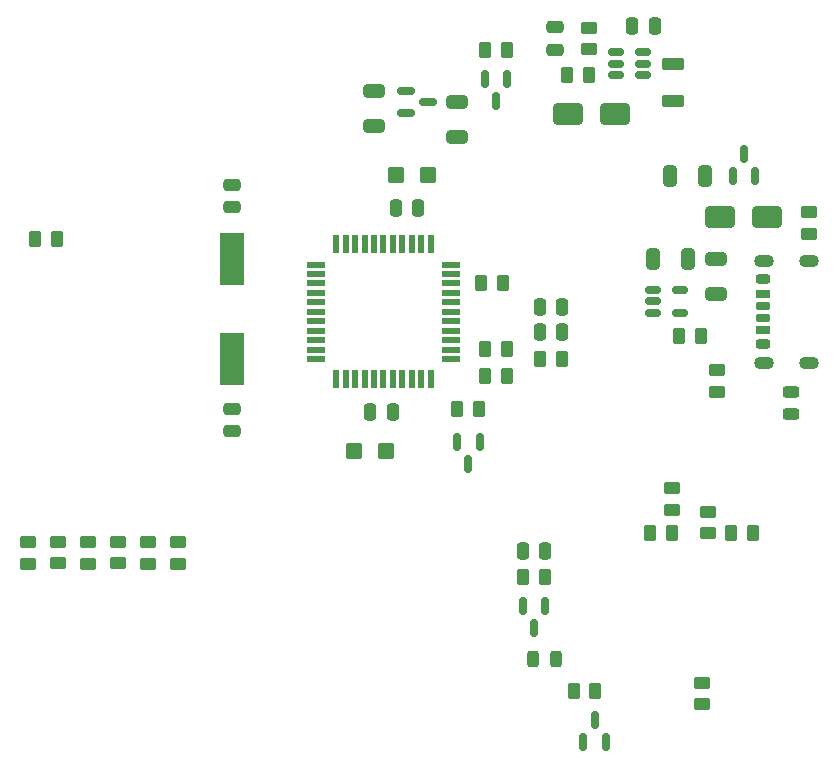
<source format=gbp>
%TF.GenerationSoftware,KiCad,Pcbnew,8.0.7*%
%TF.CreationDate,2024-12-15T20:11:50+01:00*%
%TF.ProjectId,transistor-tester,7472616e-7369-4737-946f-722d74657374,rev?*%
%TF.SameCoordinates,Original*%
%TF.FileFunction,Paste,Bot*%
%TF.FilePolarity,Positive*%
%FSLAX46Y46*%
G04 Gerber Fmt 4.6, Leading zero omitted, Abs format (unit mm)*
G04 Created by KiCad (PCBNEW 8.0.7) date 2024-12-15 20:11:50*
%MOMM*%
%LPD*%
G01*
G04 APERTURE LIST*
G04 Aperture macros list*
%AMRoundRect*
0 Rectangle with rounded corners*
0 $1 Rounding radius*
0 $2 $3 $4 $5 $6 $7 $8 $9 X,Y pos of 4 corners*
0 Add a 4 corners polygon primitive as box body*
4,1,4,$2,$3,$4,$5,$6,$7,$8,$9,$2,$3,0*
0 Add four circle primitives for the rounded corners*
1,1,$1+$1,$2,$3*
1,1,$1+$1,$4,$5*
1,1,$1+$1,$6,$7*
1,1,$1+$1,$8,$9*
0 Add four rect primitives between the rounded corners*
20,1,$1+$1,$2,$3,$4,$5,0*
20,1,$1+$1,$4,$5,$6,$7,0*
20,1,$1+$1,$6,$7,$8,$9,0*
20,1,$1+$1,$8,$9,$2,$3,0*%
G04 Aperture macros list end*
%ADD10RoundRect,0.250000X-0.250000X-0.475000X0.250000X-0.475000X0.250000X0.475000X-0.250000X0.475000X0*%
%ADD11RoundRect,0.250000X0.450000X-0.262500X0.450000X0.262500X-0.450000X0.262500X-0.450000X-0.262500X0*%
%ADD12RoundRect,0.250000X-0.700000X0.275000X-0.700000X-0.275000X0.700000X-0.275000X0.700000X0.275000X0*%
%ADD13RoundRect,0.250000X0.325000X0.650000X-0.325000X0.650000X-0.325000X-0.650000X0.325000X-0.650000X0*%
%ADD14RoundRect,0.250000X0.475000X-0.250000X0.475000X0.250000X-0.475000X0.250000X-0.475000X-0.250000X0*%
%ADD15RoundRect,0.250000X0.250000X0.475000X-0.250000X0.475000X-0.250000X-0.475000X0.250000X-0.475000X0*%
%ADD16RoundRect,0.250000X-0.450000X-0.425000X0.450000X-0.425000X0.450000X0.425000X-0.450000X0.425000X0*%
%ADD17RoundRect,0.250000X-0.262500X-0.450000X0.262500X-0.450000X0.262500X0.450000X-0.262500X0.450000X0*%
%ADD18RoundRect,0.250000X0.450000X0.425000X-0.450000X0.425000X-0.450000X-0.425000X0.450000X-0.425000X0*%
%ADD19RoundRect,0.150000X-0.150000X0.587500X-0.150000X-0.587500X0.150000X-0.587500X0.150000X0.587500X0*%
%ADD20RoundRect,0.250000X-0.650000X0.325000X-0.650000X-0.325000X0.650000X-0.325000X0.650000X0.325000X0*%
%ADD21RoundRect,0.175000X-0.425000X0.175000X-0.425000X-0.175000X0.425000X-0.175000X0.425000X0.175000X0*%
%ADD22RoundRect,0.190000X0.410000X-0.190000X0.410000X0.190000X-0.410000X0.190000X-0.410000X-0.190000X0*%
%ADD23RoundRect,0.200000X0.400000X-0.200000X0.400000X0.200000X-0.400000X0.200000X-0.400000X-0.200000X0*%
%ADD24RoundRect,0.175000X0.425000X-0.175000X0.425000X0.175000X-0.425000X0.175000X-0.425000X-0.175000X0*%
%ADD25RoundRect,0.190000X-0.410000X0.190000X-0.410000X-0.190000X0.410000X-0.190000X0.410000X0.190000X0*%
%ADD26RoundRect,0.200000X-0.400000X0.200000X-0.400000X-0.200000X0.400000X-0.200000X0.400000X0.200000X0*%
%ADD27O,1.700000X1.100000*%
%ADD28RoundRect,0.250000X-0.325000X-0.650000X0.325000X-0.650000X0.325000X0.650000X-0.325000X0.650000X0*%
%ADD29RoundRect,0.250000X-0.450000X0.262500X-0.450000X-0.262500X0.450000X-0.262500X0.450000X0.262500X0*%
%ADD30RoundRect,0.150000X-0.587500X-0.150000X0.587500X-0.150000X0.587500X0.150000X-0.587500X0.150000X0*%
%ADD31RoundRect,0.150000X-0.512500X-0.150000X0.512500X-0.150000X0.512500X0.150000X-0.512500X0.150000X0*%
%ADD32RoundRect,0.250000X-0.475000X0.250000X-0.475000X-0.250000X0.475000X-0.250000X0.475000X0.250000X0*%
%ADD33RoundRect,0.243750X0.456250X-0.243750X0.456250X0.243750X-0.456250X0.243750X-0.456250X-0.243750X0*%
%ADD34RoundRect,0.250000X-1.000000X-0.650000X1.000000X-0.650000X1.000000X0.650000X-1.000000X0.650000X0*%
%ADD35RoundRect,0.250000X0.262500X0.450000X-0.262500X0.450000X-0.262500X-0.450000X0.262500X-0.450000X0*%
%ADD36RoundRect,0.243750X-0.243750X-0.456250X0.243750X-0.456250X0.243750X0.456250X-0.243750X0.456250X0*%
%ADD37R,1.500000X0.550000*%
%ADD38R,0.550000X1.500000*%
%ADD39RoundRect,0.150000X0.150000X-0.587500X0.150000X0.587500X-0.150000X0.587500X-0.150000X-0.587500X0*%
%ADD40RoundRect,0.250000X0.650000X-0.325000X0.650000X0.325000X-0.650000X0.325000X-0.650000X-0.325000X0*%
%ADD41R,2.000000X4.500000*%
G04 APERTURE END LIST*
D10*
%TO.C,C11*%
X160924200Y-84886800D03*
X162824200Y-84886800D03*
%TD*%
D11*
%TO.C,R4*%
X165049200Y-60985400D03*
X165049200Y-59160400D03*
%TD*%
D12*
%TO.C,L1*%
X172212000Y-62204600D03*
X172212000Y-65354600D03*
%TD*%
D13*
%TO.C,C3*%
X174904400Y-71729600D03*
X171954400Y-71729600D03*
%TD*%
D10*
%TO.C,C6*%
X148717000Y-74422000D03*
X150617000Y-74422000D03*
%TD*%
D14*
%TO.C,C5*%
X162204400Y-61010800D03*
X162204400Y-59110800D03*
%TD*%
D15*
%TO.C,C7*%
X148463000Y-91694000D03*
X146563000Y-91694000D03*
%TD*%
D16*
%TO.C,C17*%
X148717000Y-71628000D03*
X151417000Y-71628000D03*
%TD*%
D17*
%TO.C,R6*%
X118190000Y-77089000D03*
X120015000Y-77089000D03*
%TD*%
D18*
%TO.C,C15*%
X147861000Y-94996000D03*
X145161000Y-94996000D03*
%TD*%
D19*
%TO.C,Q2*%
X156277900Y-63527700D03*
X158177900Y-63527700D03*
X157227900Y-65402700D03*
%TD*%
D20*
%TO.C,C12*%
X153875100Y-65426800D03*
X153875100Y-68376800D03*
%TD*%
D21*
%TO.C,J1*%
X179796400Y-82710400D03*
D22*
X179796400Y-84730400D03*
D23*
X179796400Y-85960400D03*
D24*
X179796400Y-83710400D03*
D25*
X179796400Y-81690400D03*
D26*
X179796400Y-80460400D03*
D27*
X183676400Y-78890400D03*
X179876400Y-78890400D03*
X183676400Y-87530400D03*
X179876400Y-87530400D03*
%TD*%
D28*
%TO.C,C1*%
X170481200Y-78740000D03*
X173431200Y-78740000D03*
%TD*%
D29*
%TO.C,R9*%
X120142000Y-102696000D03*
X120142000Y-104521000D03*
%TD*%
D30*
%TO.C,U5*%
X149561700Y-66378600D03*
X149561700Y-64478600D03*
X151436700Y-65428600D03*
%TD*%
D31*
%TO.C,U2*%
X170484800Y-83281600D03*
X170484800Y-82331600D03*
X170484800Y-81381600D03*
X172759800Y-81381600D03*
X172759800Y-83281600D03*
%TD*%
D29*
%TO.C,R10*%
X122682000Y-102719500D03*
X122682000Y-104544500D03*
%TD*%
D32*
%TO.C,C10*%
X134823200Y-91404400D03*
X134823200Y-93304400D03*
%TD*%
D33*
%TO.C,D4*%
X182191900Y-91894900D03*
X182191900Y-90019900D03*
%TD*%
D34*
%TO.C,D1*%
X176174400Y-75209400D03*
X180174400Y-75209400D03*
%TD*%
D17*
%TO.C,R22*%
X159524100Y-105691700D03*
X161349100Y-105691700D03*
%TD*%
%TO.C,R24*%
X163783000Y-115316000D03*
X165608000Y-115316000D03*
%TD*%
D29*
%TO.C,R2*%
X183667400Y-74804900D03*
X183667400Y-76629900D03*
%TD*%
D35*
%TO.C,R5*%
X155749000Y-91440000D03*
X153924000Y-91440000D03*
%TD*%
D19*
%TO.C,U4*%
X153924000Y-94234000D03*
X155824000Y-94234000D03*
X154874000Y-96109000D03*
%TD*%
D10*
%TO.C,C14*%
X159486600Y-103456500D03*
X161386600Y-103456500D03*
%TD*%
D15*
%TO.C,C4*%
X170637200Y-59055000D03*
X168737200Y-59055000D03*
%TD*%
D29*
%TO.C,R11*%
X125222000Y-102696000D03*
X125222000Y-104521000D03*
%TD*%
%TO.C,R8*%
X117602000Y-102719500D03*
X117602000Y-104544500D03*
%TD*%
D36*
%TO.C,D3*%
X160375600Y-112623600D03*
X162250600Y-112623600D03*
%TD*%
D29*
%TO.C,R12*%
X127762000Y-102719500D03*
X127762000Y-104544500D03*
%TD*%
%TO.C,R21*%
X174625000Y-114634000D03*
X174625000Y-116459000D03*
%TD*%
D37*
%TO.C,U1*%
X141975600Y-87210400D03*
X141975600Y-86410400D03*
X141975600Y-85610400D03*
X141975600Y-84810400D03*
X141975600Y-84010400D03*
X141975600Y-83210400D03*
X141975600Y-82410400D03*
X141975600Y-81610400D03*
X141975600Y-80810400D03*
X141975600Y-80010400D03*
X141975600Y-79210400D03*
D38*
X143675600Y-77510400D03*
X144475600Y-77510400D03*
X145275600Y-77510400D03*
X146075600Y-77510400D03*
X146875600Y-77510400D03*
X147675600Y-77510400D03*
X148475600Y-77510400D03*
X149275600Y-77510400D03*
X150075600Y-77510400D03*
X150875600Y-77510400D03*
X151675600Y-77510400D03*
D37*
X153375600Y-79210400D03*
X153375600Y-80010400D03*
X153375600Y-80810400D03*
X153375600Y-81610400D03*
X153375600Y-82410400D03*
X153375600Y-83210400D03*
X153375600Y-84010400D03*
X153375600Y-84810400D03*
X153375600Y-85610400D03*
X153375600Y-86410400D03*
X153375600Y-87210400D03*
D38*
X151675600Y-88910400D03*
X150875600Y-88910400D03*
X150075600Y-88910400D03*
X149275600Y-88910400D03*
X148475600Y-88910400D03*
X147675600Y-88910400D03*
X146875600Y-88910400D03*
X146075600Y-88910400D03*
X145275600Y-88910400D03*
X144475600Y-88910400D03*
X143675600Y-88910400D03*
%TD*%
D19*
%TO.C,Q3*%
X159451000Y-108130100D03*
X161351000Y-108130100D03*
X160401000Y-110005100D03*
%TD*%
D20*
%TO.C,C13*%
X146915500Y-64514200D03*
X146915500Y-67464200D03*
%TD*%
D17*
%TO.C,R3*%
X163224200Y-63144400D03*
X165049200Y-63144400D03*
%TD*%
D11*
%TO.C,R15*%
X175158400Y-101955600D03*
X175158400Y-100130600D03*
%TD*%
D34*
%TO.C,D2*%
X163271200Y-66446400D03*
X167271200Y-66446400D03*
%TD*%
D39*
%TO.C,Q4*%
X166497000Y-119634000D03*
X164597000Y-119634000D03*
X165547000Y-117759000D03*
%TD*%
D31*
%TO.C,U3*%
X167340700Y-63158400D03*
X167340700Y-62208400D03*
X167340700Y-61258400D03*
X169615700Y-61258400D03*
X169615700Y-62208400D03*
X169615700Y-63158400D03*
%TD*%
D39*
%TO.C,Q1*%
X179156400Y-71701900D03*
X177256400Y-71701900D03*
X178206400Y-69826900D03*
%TD*%
D35*
%TO.C,R18*%
X158138500Y-88646000D03*
X156313500Y-88646000D03*
%TD*%
D17*
%TO.C,R19*%
X156298600Y-86395800D03*
X158123600Y-86395800D03*
%TD*%
%TO.C,R1*%
X172720000Y-85242400D03*
X174545000Y-85242400D03*
%TD*%
D35*
%TO.C,R20*%
X158140400Y-61010800D03*
X156315400Y-61010800D03*
%TD*%
D11*
%TO.C,R14*%
X172110400Y-99974400D03*
X172110400Y-98149400D03*
%TD*%
D17*
%TO.C,R7*%
X160961700Y-87223600D03*
X162786700Y-87223600D03*
%TD*%
D40*
%TO.C,C2*%
X175793400Y-81686400D03*
X175793400Y-78736400D03*
%TD*%
D35*
%TO.C,R17*%
X178964600Y-101955600D03*
X177139600Y-101955600D03*
%TD*%
D17*
%TO.C,R23*%
X155956000Y-80807800D03*
X157781000Y-80807800D03*
%TD*%
D14*
%TO.C,C9*%
X134823200Y-74356000D03*
X134823200Y-72456000D03*
%TD*%
D10*
%TO.C,C8*%
X160909000Y-82804000D03*
X162809000Y-82804000D03*
%TD*%
D35*
%TO.C,R16*%
X172110400Y-101955600D03*
X170285400Y-101955600D03*
%TD*%
D29*
%TO.C,R13*%
X130302000Y-102719500D03*
X130302000Y-104544500D03*
%TD*%
%TO.C,R25*%
X175920400Y-88139900D03*
X175920400Y-89964900D03*
%TD*%
D41*
%TO.C,Y1*%
X134823200Y-78706400D03*
X134823200Y-87206400D03*
%TD*%
M02*

</source>
